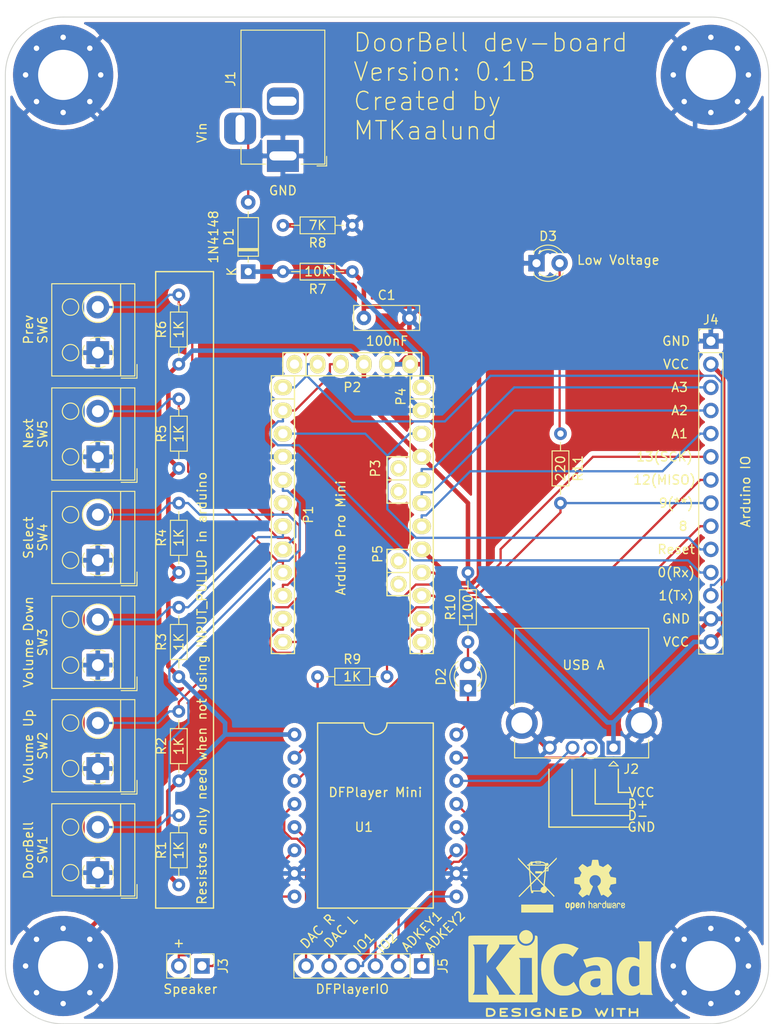
<source format=kicad_pcb>
(kicad_pcb (version 20171130) (host pcbnew "(5.1.9-0-10_14)")
  (title_block (title "DoorBell Developmentboard") (date 2021-01-25) (rev 0.1B) (company mtkaalund.dk))
  (layers (0 F.Cu signal) (31 B.Cu signal) (34 B.Paste user) (35 F.Paste user) (36 B.SilkS user) (37 F.SilkS user) (38 B.Mask user) (39 F.Mask user) (44 Edge.Cuts user))
  (net 0 "")
  (net 1 "/1(Tx)")
  (net 2 "/0(Rx)")
  (net 3 /Reset)
  (net 4 GND)
  (net 5 /8)
  (net 6 "/9(**)")
  (net 7 /DTR)
  (net 8 VCC)
  (net 9 /A5)
  (net 10 /A4)
  (net 11 /A3)
  (net 12 /A2)
  (net 13 /A1)
  (net 14 "/13(SCK)")
  (net 15 "/12(MISO)")
  (net 16 /A7)
  (net 17 /A6)
  (net 18 PWR_MON)
  (net 19 RAW)
  (net 20 "Net-(D1-Pad2)")
  (net 21 "Net-(D2-Pad1)")
  (net 22 "Net-(D2-Pad2)")
  (net 23 "Net-(J1-Pad2)")
  (net 24 "Net-(J2-Pad2)")
  (net 25 "Net-(J2-Pad3)")
  (net 26 DF_SPK-)
  (net 27 DF_SPK+)
  (net 28 DF_ADKEY_2)
  (net 29 DF_ADKEY_1)
  (net 30 DF_IO_2)
  (net 31 DF_IO_1)
  (net 32 DF_DAC_L)
  (net 33 DF_DAC_R)
  (net 34 Pin2)
  (net 35 Pin3)
  (net 36 Pin4)
  (net 37 Pin5)
  (net 38 Pin6)
  (net 39 Pin7)
  (net 40 DF_RX)
  (net 41 DF_TX)
  (net 42 "Net-(R9-Pad1)")
  (net 43 "Net-(D3-Pad2)")
  (module Symbol:WEEE-Logo_4.2x6mm_SilkScreen (layer F.Cu) (at 166.37 139.7)
    (fp_text reference LOGO2 hide)
    (fp_text value WEEE-Logo_4.2x6mm_SilkScreen hide)
  )
  (module Symbol:OSHW-Logo2_7.3x6mm_SilkScreen (layer F.Cu) (at 172.72 139.7)
    (fp_text reference LOGO3 hide)
    (fp_text value OSHW-Logo2_7.3x6mm_SilkScreen hide)
  )
  (module Symbol:KiCad-Logo2_8mm_SilkScreen (layer F.Cu) (at 168.91 148.59)
    (fp_text reference LOGO1 hide)
    (fp_text value KiCad-Logo2_8mm_SilkScreen hide)
  )
  (module Socket_Arduino_Pro_Mini:Socket_Strip_Arduino_1x12 (layer F.Cu) (at 138.43 85.09 270)
    (fp_text reference P1 (at 13.97 -2.794 270) (layer F.SilkS))
    (fp_text value Digital)
    (pad 1 thru_hole oval (at 0 0 270) (size 1.7272 2.032) (drill 1.016) (layers *.Cu *.Mask F.SilkS) (net 1 "/1(Tx)"))
    (pad 2 thru_hole oval (at 2.54 0 270) (size 1.7272 2.032) (drill 1.016) (layers *.Cu *.Mask F.SilkS) (net 2 "/0(Rx)"))
    (pad 3 thru_hole oval (at 5.08 0 270) (size 1.7272 2.032) (drill 1.016) (layers *.Cu *.Mask F.SilkS) (net 3 /Reset))
    (pad 4 thru_hole oval (at 7.62 0 270) (size 1.7272 2.032) (drill 1.016) (layers *.Cu *.Mask F.SilkS) (net 4 GND))
    (pad 5 thru_hole oval (at 10.16 0 270) (size 1.7272 2.032) (drill 1.016) (layers *.Cu *.Mask F.SilkS) (net 34 Pin2))
    (pad 6 thru_hole oval (at 12.7 0 270) (size 1.7272 2.032) (drill 1.016) (layers *.Cu *.Mask F.SilkS) (net 35 Pin3))
    (pad 7 thru_hole oval (at 15.24 0 270) (size 1.7272 2.032) (drill 1.016) (layers *.Cu *.Mask F.SilkS) (net 36 Pin4))
    (pad 8 thru_hole oval (at 17.78 0 270) (size 1.7272 2.032) (drill 1.016) (layers *.Cu *.Mask F.SilkS) (net 37 Pin5))
    (pad 9 thru_hole oval (at 20.32 0 270) (size 1.7272 2.032) (drill 1.016) (layers *.Cu *.Mask F.SilkS) (net 38 Pin6))
    (pad 10 thru_hole oval (at 22.86 0 270) (size 1.7272 2.032) (drill 1.016) (layers *.Cu *.Mask F.SilkS) (net 39 Pin7))
    (pad 11 thru_hole oval (at 25.4 0 270) (size 1.7272 2.032) (drill 1.016) (layers *.Cu *.Mask F.SilkS) (net 5 /8))
    (pad 12 thru_hole oval (at 27.94 0 270) (size 1.7272 2.032) (drill 1.016) (layers *.Cu *.Mask F.SilkS) (net 6 "/9(**)"))
  )
  (module Socket_Arduino_Pro_Mini:Socket_Strip_Arduino_1x06 (layer F.Cu) (at 139.7 82.55)
    (fp_text reference P2 (at 6.35 2.54) (layer F.SilkS))
    (fp_text value COM)
    (pad 1 thru_hole oval (at 0 0) (size 1.7272 2.032) (drill 1.016) (layers *.Cu *.Mask F.SilkS) (net 7 /DTR))
    (pad 2 thru_hole oval (at 2.54 0) (size 1.7272 2.032) (drill 1.016) (layers *.Cu *.Mask F.SilkS) (net 1 "/1(Tx)"))
    (pad 3 thru_hole oval (at 5.08 0) (size 1.7272 2.032) (drill 1.016) (layers *.Cu *.Mask F.SilkS) (net 2 "/0(Rx)"))
    (pad 4 thru_hole oval (at 7.62 0) (size 1.7272 2.032) (drill 1.016) (layers *.Cu *.Mask F.SilkS) (net 8 VCC))
    (pad 5 thru_hole oval (at 10.16 0) (size 1.7272 2.032) (drill 1.016) (layers *.Cu *.Mask F.SilkS) (net 4 GND))
    (pad 6 thru_hole oval (at 12.7 0) (size 1.7272 2.032) (drill 1.016) (layers *.Cu *.Mask F.SilkS) (net 4 GND))
  )
  (module Socket_Arduino_Pro_Mini:Socket_Strip_Arduino_1x02 (layer F.Cu) (at 151.13 93.98 270)
    (fp_text reference P3 (at 0 2.54 270) (layer F.SilkS))
    (fp_text value ADC)
    (pad 1 thru_hole circle (at 0 0 270) (size 1.778 1.778) (drill 1.016) (layers *.Cu *.Mask F.SilkS) (net 9 /A5))
    (pad 2 thru_hole circle (at 2.54 0 270) (size 1.778 1.778) (drill 1.016) (layers *.Cu *.Mask F.SilkS) (net 10 /A4))
  )
  (module Socket_Arduino_Pro_Mini:Socket_Strip_Arduino_1x12 (layer F.Cu) (at 153.67 85.09 270)
    (fp_text reference P4 (at 1.016 2.286 270) (layer F.SilkS))
    (fp_text value Analog)
    (pad 1 thru_hole oval (at 0 0 270) (size 1.7272 2.032) (drill 1.016) (layers *.Cu *.Mask F.SilkS) (net 19 RAW))
    (pad 2 thru_hole oval (at 2.54 0 270) (size 1.7272 2.032) (drill 1.016) (layers *.Cu *.Mask F.SilkS) (net 4 GND))
    (pad 3 thru_hole oval (at 5.08 0 270) (size 1.7272 2.032) (drill 1.016) (layers *.Cu *.Mask F.SilkS) (net 3 /Reset))
    (pad 4 thru_hole oval (at 7.62 0 270) (size 1.7272 2.032) (drill 1.016) (layers *.Cu *.Mask F.SilkS) (net 8 VCC))
    (pad 5 thru_hole oval (at 10.16 0 270) (size 1.7272 2.032) (drill 1.016) (layers *.Cu *.Mask F.SilkS) (net 11 /A3))
    (pad 6 thru_hole oval (at 12.7 0 270) (size 1.7272 2.032) (drill 1.016) (layers *.Cu *.Mask F.SilkS) (net 12 /A2))
    (pad 7 thru_hole oval (at 15.24 0 270) (size 1.7272 2.032) (drill 1.016) (layers *.Cu *.Mask F.SilkS) (net 13 /A1))
    (pad 8 thru_hole oval (at 17.78 0 270) (size 1.7272 2.032) (drill 1.016) (layers *.Cu *.Mask F.SilkS) (net 18 PWR_MON))
    (pad 9 thru_hole oval (at 20.32 0 270) (size 1.7272 2.032) (drill 1.016) (layers *.Cu *.Mask F.SilkS) (net 14 "/13(SCK)"))
    (pad 10 thru_hole oval (at 22.86 0 270) (size 1.7272 2.032) (drill 1.016) (layers *.Cu *.Mask F.SilkS) (net 15 "/12(MISO)"))
    (pad 11 thru_hole oval (at 25.4 0 270) (size 1.7272 2.032) (drill 1.016) (layers *.Cu *.Mask F.SilkS) (net 40 DF_RX))
    (pad 12 thru_hole oval (at 27.94 0 270) (size 1.7272 2.032) (drill 1.016) (layers *.Cu *.Mask F.SilkS) (net 41 DF_TX))
  )
  (module Socket_Arduino_Pro_Mini:Socket_Strip_Arduino_1x02 (layer F.Cu) (at 151.13 104.14 270)
    (fp_text reference P5 (at -0.762 2.286 270) (layer F.SilkS))
    (fp_text value ADC)
    (pad 1 thru_hole circle (at 0 0 270) (size 1.778 1.778) (drill 1.016) (layers *.Cu *.Mask F.SilkS) (net 16 /A7))
    (pad 2 thru_hole circle (at 2.54 0 270) (size 1.778 1.778) (drill 1.016) (layers *.Cu *.Mask F.SilkS) (net 17 /A6))
  )
  (module Capacitor_THT:C_Rect_L7.0mm_W2.5mm_P5.00mm (layer F.Cu) (at 147.32 77.47)
    (fp_text reference C1 (at 2.5 -2.5) (layer F.SilkS))
    (fp_text value 100n)
    (pad 1 thru_hole circle (at 0 0) (size 1.6 1.6) (drill 0.8) (layers *.Cu *.Mask) (net 18 PWR_MON))
    (pad 2 thru_hole circle (at 5 0) (size 1.6 1.6) (drill 0.8) (layers *.Cu *.Mask) (net 4 GND))
  )
  (module Diode_THT:D_DO-35_SOD27_P7.62mm_Horizontal (layer F.Cu) (at 134.62 72.39 90)
    (fp_text reference D1 (at 3.81 -2.12 90) (layer F.SilkS))
    (fp_text value 1N4148)
    (fp_text user K (at 0 -1.8 90) (layer F.SilkS))
    (pad 1 thru_hole rect (at 0 0 90) (size 1.6 1.6) (drill 0.8) (layers *.Cu *.Mask) (net 19 RAW))
    (pad 2 thru_hole oval (at 7.62 0 90) (size 1.6 1.6) (drill 0.8) (layers *.Cu *.Mask) (net 20 "Net-(D1-Pad2)"))
  )
  (module LED_THT:LED_D3.0mm (layer F.Cu) (at 158.75 118.11 90)
    (fp_text reference D2 (at 1.27 -2.96 90) (layer F.SilkS))
    (fp_text value LED)
    (pad 1 thru_hole rect (at 0 0 90) (size 1.8 1.8) (drill 0.9) (layers *.Cu *.Mask) (net 21 "Net-(D2-Pad1)"))
    (pad 2 thru_hole circle (at 2.54 0 90) (size 1.8 1.8) (drill 0.9) (layers *.Cu *.Mask) (net 22 "Net-(D2-Pad2)"))
  )
  (module Connector_BarrelJack:BarrelJack_Horizontal (layer F.Cu) (at 138.43 59.69 270)
    (fp_text reference J1 (at -8.45 5.75 90) (layer F.SilkS))
    (fp_text value Barrel_Jack_Switch_Pin3Ring)
    (pad 1 thru_hole rect (at 0 0 270) (size 3.5 3.5) (drill oval 1 3) (layers *.Cu *.Mask) (net 4 GND))
    (pad 2 thru_hole roundrect (at -6 0 270) (size 3 3.5) (drill oval 1 3) (layers *.Cu *.Mask) (net 23 "Net-(J1-Pad2)"))
    (pad 3 thru_hole roundrect (at -3 4.7 270) (size 3.5 3.5) (drill oval 3 1) (layers *.Cu *.Mask) (net 20 "Net-(D1-Pad2)"))
  )
  (module Connector_USB:USB_A_CONNFLY_DS1095-WNR0 (layer F.Cu) (at 174.73 124.63 180)
    (fp_text reference J2 (at -1.95 -2.35) (layer F.SilkS))
    (fp_text value USB_A)
    (pad 5 thru_hole circle (at 10.07 2.71 180) (size 3.5 3.5) (drill 2.3) (layers *.Cu *.Mask) (net 4 GND))
    (pad 5 thru_hole circle (at -3.07 2.71 180) (size 3.5 3.5) (drill 2.3) (layers *.Cu *.Mask) (net 4 GND))
    (pad 1 thru_hole rect (at 0 0 180) (size 1.524 1.524) (drill 0.92) (layers *.Cu *.Mask) (net 8 VCC))
    (pad 2 thru_hole circle (at 2.5 0 180) (size 1.524 1.524) (drill 0.92) (layers *.Cu *.Mask) (net 24 "Net-(J2-Pad2)"))
    (pad 3 thru_hole circle (at 4.5 0 180) (size 1.524 1.524) (drill 0.92) (layers *.Cu *.Mask) (net 25 "Net-(J2-Pad3)"))
    (pad 4 thru_hole circle (at 7 0 180) (size 1.524 1.524) (drill 0.92) (layers *.Cu *.Mask) (net 4 GND))
  )
  (module Connector_PinHeader_2.54mm:PinHeader_1x02_P2.54mm_Vertical (layer F.Cu) (at 129.54 148.59 270)
    (fp_text reference J3 (at 0 -2.33 90) (layer F.SilkS))
    (fp_text value Speaker)
    (pad 1 thru_hole rect (at 0 0 270) (size 1.7 1.7) (drill 1) (layers *.Cu *.Mask) (net 26 DF_SPK-))
    (pad 2 thru_hole oval (at 0 2.54 270) (size 1.7 1.7) (drill 1) (layers *.Cu *.Mask) (net 27 DF_SPK+))
  )
  (module Connector_PinHeader_2.54mm:PinHeader_1x14_P2.54mm_Vertical (layer F.Cu) (at 185.42 80.01)
    (fp_text reference J4 (at 0 -2.33) (layer F.SilkS))
    (fp_text value ARDUINO_IO)
    (pad 1 thru_hole rect (at 0 0) (size 1.7 1.7) (drill 1) (layers *.Cu *.Mask) (net 4 GND))
    (pad 2 thru_hole oval (at 0 2.54) (size 1.7 1.7) (drill 1) (layers *.Cu *.Mask) (net 8 VCC))
    (pad 3 thru_hole oval (at 0 5.08) (size 1.7 1.7) (drill 1) (layers *.Cu *.Mask) (net 11 /A3))
    (pad 4 thru_hole oval (at 0 7.62) (size 1.7 1.7) (drill 1) (layers *.Cu *.Mask) (net 12 /A2))
    (pad 5 thru_hole oval (at 0 10.16) (size 1.7 1.7) (drill 1) (layers *.Cu *.Mask) (net 13 /A1))
    (pad 6 thru_hole oval (at 0 12.7) (size 1.7 1.7) (drill 1) (layers *.Cu *.Mask) (net 14 "/13(SCK)"))
    (pad 7 thru_hole oval (at 0 15.24) (size 1.7 1.7) (drill 1) (layers *.Cu *.Mask) (net 15 "/12(MISO)"))
    (pad 8 thru_hole oval (at 0 17.78) (size 1.7 1.7) (drill 1) (layers *.Cu *.Mask) (net 6 "/9(**)"))
    (pad 9 thru_hole oval (at 0 20.32) (size 1.7 1.7) (drill 1) (layers *.Cu *.Mask) (net 5 /8))
    (pad 10 thru_hole oval (at 0 22.86) (size 1.7 1.7) (drill 1) (layers *.Cu *.Mask) (net 3 /Reset))
    (pad 11 thru_hole oval (at 0 25.4) (size 1.7 1.7) (drill 1) (layers *.Cu *.Mask) (net 2 "/0(Rx)"))
    (pad 12 thru_hole oval (at 0 27.94) (size 1.7 1.7) (drill 1) (layers *.Cu *.Mask) (net 1 "/1(Tx)"))
    (pad 13 thru_hole oval (at 0 30.48) (size 1.7 1.7) (drill 1) (layers *.Cu *.Mask) (net 4 GND))
    (pad 14 thru_hole oval (at 0 33.02) (size 1.7 1.7) (drill 1) (layers *.Cu *.Mask) (net 8 VCC))
  )
  (module Connector_PinHeader_2.54mm:PinHeader_1x06_P2.54mm_Vertical (layer F.Cu) (at 153.67 148.59 270)
    (fp_text reference J5 (at 0 -2.33 90) (layer F.SilkS))
    (fp_text value DFPlayerIO)
    (pad 1 thru_hole rect (at 0 0 270) (size 1.7 1.7) (drill 1) (layers *.Cu *.Mask) (net 28 DF_ADKEY_2))
    (pad 2 thru_hole oval (at 0 2.54 270) (size 1.7 1.7) (drill 1) (layers *.Cu *.Mask) (net 29 DF_ADKEY_1))
    (pad 3 thru_hole oval (at 0 5.08 270) (size 1.7 1.7) (drill 1) (layers *.Cu *.Mask) (net 30 DF_IO_2))
    (pad 4 thru_hole oval (at 0 7.62 270) (size 1.7 1.7) (drill 1) (layers *.Cu *.Mask) (net 31 DF_IO_1))
    (pad 5 thru_hole oval (at 0 10.16 270) (size 1.7 1.7) (drill 1) (layers *.Cu *.Mask) (net 32 DF_DAC_L))
    (pad 6 thru_hole oval (at 0 12.7 270) (size 1.7 1.7) (drill 1) (layers *.Cu *.Mask) (net 33 DF_DAC_R))
  )
  (module Resistor_THT:R_Axial_DIN0204_L3.6mm_D1.6mm_P7.62mm_Horizontal (layer F.Cu) (at 127 139.7 90)
    (fp_text reference R1 (at 3.81 -1.92 90) (layer F.SilkS))
    (fp_text value 1K)
    (pad 1 thru_hole circle (at 0 0 90) (size 1.4 1.4) (drill 0.7) (layers *.Cu *.Mask) (net 8 VCC))
    (pad 2 thru_hole oval (at 7.62 0 90) (size 1.4 1.4) (drill 0.7) (layers *.Cu *.Mask) (net 34 Pin2))
  )
  (module Resistor_THT:R_Axial_DIN0204_L3.6mm_D1.6mm_P7.62mm_Horizontal (layer F.Cu) (at 127 128.27 90)
    (fp_text reference R2 (at 3.81 -1.92 90) (layer F.SilkS))
    (fp_text value 1K)
    (pad 2 thru_hole oval (at 7.62 0 90) (size 1.4 1.4) (drill 0.7) (layers *.Cu *.Mask) (net 35 Pin3))
    (pad 1 thru_hole circle (at 0 0 90) (size 1.4 1.4) (drill 0.7) (layers *.Cu *.Mask) (net 8 VCC))
  )
  (module Resistor_THT:R_Axial_DIN0204_L3.6mm_D1.6mm_P7.62mm_Horizontal (layer F.Cu) (at 127 116.84 90)
    (fp_text reference R3 (at 3.81 -1.92 90) (layer F.SilkS))
    (fp_text value 1K)
    (pad 1 thru_hole circle (at 0 0 90) (size 1.4 1.4) (drill 0.7) (layers *.Cu *.Mask) (net 8 VCC))
    (pad 2 thru_hole oval (at 7.62 0 90) (size 1.4 1.4) (drill 0.7) (layers *.Cu *.Mask) (net 36 Pin4))
  )
  (module Resistor_THT:R_Axial_DIN0204_L3.6mm_D1.6mm_P7.62mm_Horizontal (layer F.Cu) (at 127 105.41 90)
    (fp_text reference R4 (at 3.81 -1.92 90) (layer F.SilkS))
    (fp_text value 1K)
    (pad 2 thru_hole oval (at 7.62 0 90) (size 1.4 1.4) (drill 0.7) (layers *.Cu *.Mask) (net 37 Pin5))
    (pad 1 thru_hole circle (at 0 0 90) (size 1.4 1.4) (drill 0.7) (layers *.Cu *.Mask) (net 8 VCC))
  )
  (module Resistor_THT:R_Axial_DIN0204_L3.6mm_D1.6mm_P7.62mm_Horizontal (layer F.Cu) (at 127 93.98 90)
    (fp_text reference R5 (at 3.81 -1.92 90) (layer F.SilkS))
    (fp_text value 1K)
    (pad 1 thru_hole circle (at 0 0 90) (size 1.4 1.4) (drill 0.7) (layers *.Cu *.Mask) (net 8 VCC))
    (pad 2 thru_hole oval (at 7.62 0 90) (size 1.4 1.4) (drill 0.7) (layers *.Cu *.Mask) (net 38 Pin6))
  )
  (module Resistor_THT:R_Axial_DIN0204_L3.6mm_D1.6mm_P7.62mm_Horizontal (layer F.Cu) (at 127 82.55 90)
    (fp_text reference R6 (at 3.81 -1.92 90) (layer F.SilkS))
    (fp_text value 1K)
    (pad 2 thru_hole oval (at 7.62 0 90) (size 1.4 1.4) (drill 0.7) (layers *.Cu *.Mask) (net 39 Pin7))
    (pad 1 thru_hole circle (at 0 0 90) (size 1.4 1.4) (drill 0.7) (layers *.Cu *.Mask) (net 8 VCC))
  )
  (module Resistor_THT:R_Axial_DIN0204_L3.6mm_D1.6mm_P7.62mm_Horizontal (layer F.Cu) (at 146.05 72.39 180)
    (fp_text reference R7 (at 3.81 -1.92) (layer F.SilkS))
    (fp_text value 10K)
    (pad 1 thru_hole circle (at 0 0 180) (size 1.4 1.4) (drill 0.7) (layers *.Cu *.Mask) (net 18 PWR_MON))
    (pad 2 thru_hole oval (at 7.62 0 180) (size 1.4 1.4) (drill 0.7) (layers *.Cu *.Mask) (net 19 RAW))
  )
  (module Resistor_THT:R_Axial_DIN0204_L3.6mm_D1.6mm_P7.62mm_Horizontal (layer F.Cu) (at 146.05 67.31 180)
    (fp_text reference R8 (at 3.81 -1.92) (layer F.SilkS))
    (fp_text value 7K)
    (pad 2 thru_hole oval (at 7.62 0 180) (size 1.4 1.4) (drill 0.7) (layers *.Cu *.Mask) (net 18 PWR_MON))
    (pad 1 thru_hole circle (at 0 0 180) (size 1.4 1.4) (drill 0.7) (layers *.Cu *.Mask) (net 4 GND))
  )
  (module Resistor_THT:R_Axial_DIN0204_L3.6mm_D1.6mm_P7.62mm_Horizontal (layer F.Cu) (at 142.24 116.84)
    (fp_text reference R9 (at 3.81 -1.92) (layer F.SilkS))
    (fp_text value 1K)
    (pad 1 thru_hole circle (at 0 0) (size 1.4 1.4) (drill 0.7) (layers *.Cu *.Mask) (net 42 "Net-(R9-Pad1)"))
    (pad 2 thru_hole oval (at 7.62 0) (size 1.4 1.4) (drill 0.7) (layers *.Cu *.Mask) (net 40 DF_RX))
  )
  (module Resistor_THT:R_Axial_DIN0204_L3.6mm_D1.6mm_P7.62mm_Horizontal (layer F.Cu) (at 158.75 113.03 90)
    (fp_text reference R10 (at 3.81 -1.92 90) (layer F.SilkS))
    (fp_text value 100)
    (pad 2 thru_hole oval (at 7.62 0 90) (size 1.4 1.4) (drill 0.7) (layers *.Cu *.Mask) (net 8 VCC))
    (pad 1 thru_hole circle (at 0 0 90) (size 1.4 1.4) (drill 0.7) (layers *.Cu *.Mask) (net 22 "Net-(D2-Pad2)"))
  )
  (module TerminalBlock_RND:TerminalBlock_RND_205-00001_1x02_P5.00mm_Horizontal (layer F.Cu) (at 118.11 138.35 90)
    (fp_text reference SW1 (at 2.5 -6.06 90) (layer F.SilkS))
    (fp_text value DoorBell)
    (pad 1 thru_hole rect (at 0 0 90) (size 2.5 2.5) (drill 1.3) (layers *.Cu *.Mask) (net 4 GND))
    (pad 2 thru_hole circle (at 5 0 90) (size 2.5 2.5) (drill 1.3) (layers *.Cu *.Mask) (net 34 Pin2))
  )
  (module TerminalBlock_RND:TerminalBlock_RND_205-00001_1x02_P5.00mm_Horizontal (layer F.Cu) (at 118.11 126.92 90)
    (fp_text reference SW2 (at 2.5 -6.06 90) (layer F.SilkS))
    (fp_text value "Volume Up")
    (pad 2 thru_hole circle (at 5 0 90) (size 2.5 2.5) (drill 1.3) (layers *.Cu *.Mask) (net 35 Pin3))
    (pad 1 thru_hole rect (at 0 0 90) (size 2.5 2.5) (drill 1.3) (layers *.Cu *.Mask) (net 4 GND))
  )
  (module TerminalBlock_RND:TerminalBlock_RND_205-00001_1x02_P5.00mm_Horizontal (layer F.Cu) (at 118.11 115.57 90)
    (fp_text reference SW3 (at 2.5 -6.06 90) (layer F.SilkS))
    (fp_text value "Volume Down")
    (pad 1 thru_hole rect (at 0 0 90) (size 2.5 2.5) (drill 1.3) (layers *.Cu *.Mask) (net 4 GND))
    (pad 2 thru_hole circle (at 5 0 90) (size 2.5 2.5) (drill 1.3) (layers *.Cu *.Mask) (net 36 Pin4))
  )
  (module TerminalBlock_RND:TerminalBlock_RND_205-00001_1x02_P5.00mm_Horizontal (layer F.Cu) (at 118.11 104.06 90)
    (fp_text reference SW4 (at 2.5 -6.06 90) (layer F.SilkS))
    (fp_text value Select)
    (pad 2 thru_hole circle (at 5 0 90) (size 2.5 2.5) (drill 1.3) (layers *.Cu *.Mask) (net 37 Pin5))
    (pad 1 thru_hole rect (at 0 0 90) (size 2.5 2.5) (drill 1.3) (layers *.Cu *.Mask) (net 4 GND))
  )
  (module TerminalBlock_RND:TerminalBlock_RND_205-00001_1x02_P5.00mm_Horizontal (layer F.Cu) (at 118.11 92.71 90)
    (fp_text reference SW5 (at 2.5 -6.06 90) (layer F.SilkS))
    (fp_text value Next)
    (pad 1 thru_hole rect (at 0 0 90) (size 2.5 2.5) (drill 1.3) (layers *.Cu *.Mask) (net 4 GND))
    (pad 2 thru_hole circle (at 5 0 90) (size 2.5 2.5) (drill 1.3) (layers *.Cu *.Mask) (net 38 Pin6))
  )
  (module TerminalBlock_RND:TerminalBlock_RND_205-00001_1x02_P5.00mm_Horizontal (layer F.Cu) (at 118.11 81.28 90)
    (fp_text reference SW6 (at 2.5 -6.06 90) (layer F.SilkS))
    (fp_text value Prev)
    (pad 2 thru_hole circle (at 5 0 90) (size 2.5 2.5) (drill 1.3) (layers *.Cu *.Mask) (net 39 Pin7))
    (pad 1 thru_hole rect (at 0 0 90) (size 2.5 2.5) (drill 1.3) (layers *.Cu *.Mask) (net 4 GND))
  )
  (module Arduino:DFPlayer_V2 (layer F.Cu) (at 147.32 123.19)
    (fp_text reference U1 (at 0 10.16) (layer F.SilkS))
    (fp_text value DFPLAYER_MINI)
    (pad 1 thru_hole circle (at -7.62 0) (size 1.524 1.524) (drill 0.762) (layers *.Cu *.Mask) (net 8 VCC))
    (pad 2 thru_hole circle (at -7.62 2.54) (size 1.524 1.524) (drill 0.762) (layers *.Cu *.Mask) (net 42 "Net-(R9-Pad1)"))
    (pad 3 thru_hole circle (at -7.62 5.08) (size 1.524 1.524) (drill 0.762) (layers *.Cu *.Mask) (net 41 DF_TX))
    (pad 4 thru_hole circle (at -7.62 7.62) (size 1.524 1.524) (drill 0.762) (layers *.Cu *.Mask) (net 33 DF_DAC_R))
    (pad 5 thru_hole circle (at -7.62 10.16) (size 1.524 1.524) (drill 0.762) (layers *.Cu *.Mask) (net 32 DF_DAC_L))
    (pad 6 thru_hole circle (at -7.62 12.7) (size 1.524 1.524) (drill 0.762) (layers *.Cu *.Mask) (net 27 DF_SPK+))
    (pad 7 thru_hole circle (at -7.62 15.24) (size 1.524 1.524) (drill 0.762) (layers *.Cu *.Mask) (net 4 GND))
    (pad 8 thru_hole circle (at -7.62 17.78) (size 1.524 1.524) (drill 0.762) (layers *.Cu *.Mask) (net 26 DF_SPK-))
    (pad 16 thru_hole circle (at 10.16 0) (size 1.524 1.524) (drill 0.762) (layers *.Cu *.Mask) (net 21 "Net-(D2-Pad1)"))
    (pad 15 thru_hole circle (at 10.16 2.54) (size 1.524 1.524) (drill 0.762) (layers *.Cu *.Mask) (net 24 "Net-(J2-Pad2)"))
    (pad 14 thru_hole circle (at 10.16 5.08) (size 1.524 1.524) (drill 0.762) (layers *.Cu *.Mask) (net 25 "Net-(J2-Pad3)"))
    (pad 13 thru_hole circle (at 10.16 7.62) (size 1.524 1.524) (drill 0.762) (layers *.Cu *.Mask) (net 28 DF_ADKEY_2))
    (pad 12 thru_hole circle (at 10.16 10.16) (size 1.524 1.524) (drill 0.762) (layers *.Cu *.Mask) (net 29 DF_ADKEY_1))
    (pad 11 thru_hole circle (at 10.16 12.7) (size 1.524 1.524) (drill 0.762) (layers *.Cu *.Mask) (net 30 DF_IO_2))
    (pad 10 thru_hole circle (at 10.16 15.24) (size 1.524 1.524) (drill 0.762) (layers *.Cu *.Mask) (net 4 GND))
    (pad 9 thru_hole circle (at 10.16 17.78) (size 1.524 1.524) (drill 0.762) (layers *.Cu *.Mask) (net 31 DF_IO_1))
  )
  (module MountingHole:MountingHole_5.5mm_Pad_Via (layer F.Cu) (at 185.42 50.8)
    (fp_text reference H1 hide)
    (fp_text value MountingHole_Pad)
    (pad 1 thru_hole circle (at 2.926815 -2.926815) (size 0.9 0.9) (drill 0.6) (layers *.Cu *.Mask) (net 4 GND))
    (pad 1 thru_hole circle (at 0 -4.125) (size 0.9 0.9) (drill 0.6) (layers *.Cu *.Mask) (net 4 GND))
    (pad 1 thru_hole circle (at -2.926815 -2.926815) (size 0.9 0.9) (drill 0.6) (layers *.Cu *.Mask) (net 4 GND))
    (pad 1 thru_hole circle (at -4.125 0) (size 0.9 0.9) (drill 0.6) (layers *.Cu *.Mask) (net 4 GND))
    (pad 1 thru_hole circle (at -2.926815 2.926815) (size 0.9 0.9) (drill 0.6) (layers *.Cu *.Mask) (net 4 GND))
    (pad 1 thru_hole circle (at 0 4.125) (size 0.9 0.9) (drill 0.6) (layers *.Cu *.Mask) (net 4 GND))
    (pad 1 thru_hole circle (at 2.926815 2.926815) (size 0.9 0.9) (drill 0.6) (layers *.Cu *.Mask) (net 4 GND))
    (pad 1 thru_hole circle (at 4.125 0) (size 0.9 0.9) (drill 0.6) (layers *.Cu *.Mask) (net 4 GND))
    (pad 1 thru_hole circle (at 0 0) (size 11 11) (drill 5.5) (layers *.Cu *.Mask) (net 4 GND))
  )
  (module MountingHole:MountingHole_5.5mm_Pad_Via (layer F.Cu) (at 185.42 148.59)
    (fp_text reference H2 hide)
    (fp_text value MountingHole_Pad)
    (pad 1 thru_hole circle (at 0 0) (size 11 11) (drill 5.5) (layers *.Cu *.Mask) (net 4 GND))
    (pad 1 thru_hole circle (at 4.125 0) (size 0.9 0.9) (drill 0.6) (layers *.Cu *.Mask) (net 4 GND))
    (pad 1 thru_hole circle (at 2.926815 2.926815) (size 0.9 0.9) (drill 0.6) (layers *.Cu *.Mask) (net 4 GND))
    (pad 1 thru_hole circle (at 0 4.125) (size 0.9 0.9) (drill 0.6) (layers *.Cu *.Mask) (net 4 GND))
    (pad 1 thru_hole circle (at -2.926815 2.926815) (size 0.9 0.9) (drill 0.6) (layers *.Cu *.Mask) (net 4 GND))
    (pad 1 thru_hole circle (at -4.125 0) (size 0.9 0.9) (drill 0.6) (layers *.Cu *.Mask) (net 4 GND))
    (pad 1 thru_hole circle (at -2.926815 -2.926815) (size 0.9 0.9) (drill 0.6) (layers *.Cu *.Mask) (net 4 GND))
    (pad 1 thru_hole circle (at 0 -4.125) (size 0.9 0.9) (drill 0.6) (layers *.Cu *.Mask) (net 4 GND))
    (pad 1 thru_hole circle (at 2.926815 -2.926815) (size 0.9 0.9) (drill 0.6) (layers *.Cu *.Mask) (net 4 GND))
  )
  (module MountingHole:MountingHole_5.5mm_Pad_Via (layer F.Cu) (at 114.3 50.8)
    (fp_text reference H3 hide)
    (fp_text value MountingHole_Pad)
    (pad 1 thru_hole circle (at 2.926815 -2.926815) (size 0.9 0.9) (drill 0.6) (layers *.Cu *.Mask) (net 4 GND))
    (pad 1 thru_hole circle (at 0 -4.125) (size 0.9 0.9) (drill 0.6) (layers *.Cu *.Mask) (net 4 GND))
    (pad 1 thru_hole circle (at -2.926815 -2.926815) (size 0.9 0.9) (drill 0.6) (layers *.Cu *.Mask) (net 4 GND))
    (pad 1 thru_hole circle (at -4.125 0) (size 0.9 0.9) (drill 0.6) (layers *.Cu *.Mask) (net 4 GND))
    (pad 1 thru_hole circle (at -2.926815 2.926815) (size 0.9 0.9) (drill 0.6) (layers *.Cu *.Mask) (net 4 GND))
    (pad 1 thru_hole circle (at 0 4.125) (size 0.9 0.9) (drill 0.6) (layers *.Cu *.Mask) (net 4 GND))
    (pad 1 thru_hole circle (at 2.926815 2.926815) (size 0.9 0.9) (drill 0.6) (layers *.Cu *.Mask) (net 4 GND))
    (pad 1 thru_hole circle (at 4.125 0) (size 0.9 0.9) (drill 0.6) (layers *.Cu *.Mask) (net 4 GND))
    (pad 1 thru_hole circle (at 0 0) (size 11 11) (drill 5.5) (layers *.Cu *.Mask) (net 4 GND))
  )
  (module MountingHole:MountingHole_5.5mm_Pad_Via (layer F.Cu) (at 114.3 148.59)
    (fp_text reference H4 hide)
    (fp_text value MountingHole_Pad)
    (pad 1 thru_hole circle (at 0 0) (size 11 11) (drill 5.5) (layers *.Cu *.Mask) (net 4 GND))
    (pad 1 thru_hole circle (at 4.125 0) (size 0.9 0.9) (drill 0.6) (layers *.Cu *.Mask) (net 4 GND))
    (pad 1 thru_hole circle (at 2.926815 2.926815) (size 0.9 0.9) (drill 0.6) (layers *.Cu *.Mask) (net 4 GND))
    (pad 1 thru_hole circle (at 0 4.125) (size 0.9 0.9) (drill 0.6) (layers *.Cu *.Mask) (net 4 GND))
    (pad 1 thru_hole circle (at -2.926815 2.926815) (size 0.9 0.9) (drill 0.6) (layers *.Cu *.Mask) (net 4 GND))
    (pad 1 thru_hole circle (at -4.125 0) (size 0.9 0.9) (drill 0.6) (layers *.Cu *.Mask) (net 4 GND))
    (pad 1 thru_hole circle (at -2.926815 -2.926815) (size 0.9 0.9) (drill 0.6) (layers *.Cu *.Mask) (net 4 GND))
    (pad 1 thru_hole circle (at 0 -4.125) (size 0.9 0.9) (drill 0.6) (layers *.Cu *.Mask) (net 4 GND))
    (pad 1 thru_hole circle (at 2.926815 -2.926815) (size 0.9 0.9) (drill 0.6) (layers *.Cu *.Mask) (net 4 GND))
  )
  (module LED_THT:LED_D3.0mm (layer F.Cu) (at 166.275 71.465)
    (fp_text reference D3 (at 1.27 -2.96) (layer F.SilkS))
    (fp_text value LowBatteryLED)
    (pad 1 thru_hole rect (at 0 0) (size 1.8 1.8) (drill 0.9) (layers *.Cu *.Mask) (net 4 GND))
    (pad 2 thru_hole circle (at 2.54 0) (size 1.8 1.8) (drill 0.9) (layers *.Cu *.Mask) (net 43 "Net-(D3-Pad2)"))
  )
  (module Resistor_THT:R_Axial_DIN0204_L3.6mm_D1.6mm_P7.62mm_Horizontal (layer F.Cu) (at 168.91 90.17 270)
    (fp_text reference R11 (at 3.81 -1.92 90) (layer F.SilkS))
    (fp_text value 220)
    (pad 1 thru_hole circle (at 0 0 270) (size 1.4 1.4) (drill 0.7) (layers *.Cu *.Mask) (net 43 "Net-(D3-Pad2)"))
    (pad 2 thru_hole oval (at 7.62 0 270) (size 1.4 1.4) (drill 0.7) (layers *.Cu *.Mask) (net 6 "/9(**)"))
  )
  (gr_text "Low Voltage" (at 175.26 71.12) (layer F.SilkS) (effects (font (size 1 1))))
  (gr_text 220 (at 168.91 93.98 90) (layer F.SilkS) (effects (font (size 1 1))))
  (gr_line (start 167.64 133.35) (end 176.53 133.35) (layer F.SilkS) (width 0.15))
  (gr_line (start 167.64 127) (end 167.64 133.35) (layer F.SilkS) (width 0.15))
  (gr_line (start 170.18 132.08) (end 176.53 132.08) (layer F.SilkS) (width 0.15))
  (gr_line (start 170.18 127) (end 170.18 132.08) (layer F.SilkS) (width 0.15))
  (gr_line (start 172.72 130.81) (end 176.53 130.81) (layer F.SilkS) (width 0.15))
  (gr_line (start 172.72 127) (end 172.72 130.81) (layer F.SilkS) (width 0.15))
  (gr_line (start 175.26 129.54) (end 176.53 129.54) (layer F.SilkS) (width 0.15))
  (gr_line (start 175.26 127) (end 175.26 129.54) (layer F.SilkS) (width 0.15))
  (gr_text GND (at 177.8 133.35) (layer F.SilkS) (effects (font (size 1 1))))
  (gr_text VCC (at 177.8 129.54) (layer F.SilkS) (effects (font (size 1 1))))
  (gr_text "D- " (at 177.8 132.08) (layer F.SilkS) (effects (font (size 1 1))))
  (gr_text "D+ " (at 177.8 130.81) (layer F.SilkS) (effects (font (size 1 1))))
  (gr_text 100 (at 158.75 109.22 90) (layer F.SilkS) (effects (font (size 1 1))))
  (gr_text 1K (at 146.05 116.84) (layer F.SilkS) (effects (font (size 1 1))))
  (gr_text "Resistors only need when not using INPUT_PULLUP in arduino" (at 129.54 118.11 90) (layer F.SilkS) (effects (font (size 1 1))))
  (gr_line (start 124.46 142.24) (end 130.81 142.24) (layer F.SilkS) (width 0.15))
  (gr_line (start 124.46 72.39) (end 124.46 142.24) (layer F.SilkS) (width 0.15))
  (gr_line (start 130.81 72.39) (end 130.81 142.24) (layer F.SilkS) (width 0.15))
  (gr_line (start 124.46 72.39) (end 130.81 72.39) (layer F.SilkS) (width 0.15))
  (gr_text GND (at 138.43 63.5) (layer F.SilkS) (effects (font (size 1 1))))
  (gr_text Vin (at 129.54 57.15 90) (layer F.SilkS) (effects (font (size 1 1))))
  (gr_text 100nF (at 149.86 80.01) (layer F.SilkS) (effects (font (size 1 1))))
  (gr_text 10K (at 142.24 72.39) (layer F.SilkS) (effects (font (size 1 1))))
  (gr_text 7K (at 142.24 67.31) (layer F.SilkS) (effects (font (size 1 1))))
  (gr_text 1N4148 (at 130.81 68.58 90) (layer F.SilkS) (effects (font (size 1 1))))
  (gr_text 1K (at 127 78.74 90) (layer F.SilkS) (effects (font (size 1 1))))
  (gr_text 1K (at 127 90.17 90) (layer F.SilkS) (effects (font (size 1 1))))
  (gr_text 1K (at 127 101.6 90) (layer F.SilkS) (effects (font (size 1 1))))
  (gr_text 1K (at 127 113.03 90) (layer F.SilkS) (effects (font (size 1 1))))
  (gr_text 1K (at 127 124.46 90) (layer F.SilkS) (effects (font (size 1 1))))
  (gr_text 1K (at 127 135.89 90) (layer F.SilkS) (effects (font (size 1 1))))
  (gr_text DoorBell (at 110.49 135.89 90) (layer F.SilkS) (effects (font (size 1 1))))
  (gr_text "Volume Up" (at 110.49 124.46 90) (layer F.SilkS) (effects (font (size 1 1))))
  (gr_text "Volume Down" (at 110.49 113.03 90) (layer F.SilkS) (effects (font (size 1 1))))
  (gr_text Select (at 110.49 101.6 90) (layer F.SilkS) (effects (font (size 1 1))))
  (gr_text Next (at 110.49 90.17 90) (layer F.SilkS) (effects (font (size 1 1))))
  (gr_text Prev (at 110.49 78.74 90) (layer F.SilkS) (effects (font (size 1 1))))
  (gr_line (start 147.32 121.92) (end 142.24 121.92) (layer F.SilkS) (width 0.15))
  (gr_line (start 154.94 121.92) (end 149.86 121.92) (layer F.SilkS) (width 0.15))
  (gr_line (start 154.94 142.24) (end 154.94 121.92) (layer F.SilkS) (width 0.15))
  (gr_line (start 142.24 142.24) (end 154.94 142.24) (layer F.SilkS) (width 0.15))
  (gr_line (start 142.24 121.92) (end 142.24 142.24) (layer F.SilkS) (width 0.15))
  (gr_arc (start 148.59 121.92) (end 147.32 121.92) (angle -180) (layer F.SilkS) (width 0.15))
  (gr_text + (at 127 146.05) (layer F.SilkS) (effects (font (size 1 1))))
  (gr_text Speaker (at 128.27 151.13) (layer F.SilkS) (effects (font (size 1 1))))
  (gr_text DFPlayerIO (at 146.05 151.13) (layer F.SilkS) (effects (font (size 1 1))))
  (gr_text ADKEY2 (at 156.21 144.78 45) (layer F.SilkS) (effects (font (size 1 1))))
  (gr_text ADKEY1 (at 153.67 144.78 45) (layer F.SilkS) (effects (font (size 1 1))))
  (gr_text IO2 (at 149.86 146.05 45) (layer F.SilkS) (effects (font (size 1 1))))
  (gr_text IO1 (at 147.32 146.05 45) (layer F.SilkS) (effects (font (size 1 1))))
  (gr_text "DAC L" (at 144.78 144.78 45) (layer F.SilkS) (effects (font (size 1 1))))
  (gr_text "DAC R" (at 142.24 144.78 45) (layer F.SilkS) (effects (font (size 1 1))))
  (gr_text "DFPlayer Mini" (at 148.59 129.54) (layer F.SilkS) (effects (font (size 1 1))))
  (gr_text "Arduino Pro Mini" (at 144.78 101.6 90) (layer F.SilkS) (effects (font (size 1 1))))
  (gr_text "USB A" (at 171.45 115.57) (layer F.SilkS) (effects (font (size 1 1))))
  (gr_text "Arduino IO" (at 189.23 96.52 90) (layer F.SilkS) (effects (font (size 1 1))))
  (gr_text VCC (at 181.61 113.03) (layer F.SilkS) (effects (font (size 1 1))))
  (gr_text GND (at 181.61 110.49) (layer F.SilkS) (effects (font (size 1 1))))
  (gr_text "1(Tx)" (at 181.61 107.95) (layer F.SilkS) (effects (font (size 1 1))))
  (gr_text "0(Rx)" (at 181.61 105.41) (layer F.SilkS) (effects (font (size 1 1))))
  (gr_text Reset (at 181.61 102.87) (layer F.SilkS) (effects (font (size 1 1))))
  (gr_text "  8" (at 181.61 100.33) (layer F.SilkS) (effects (font (size 1 1))))
  (gr_text "9(**)" (at 181.61 97.79) (layer F.SilkS) (effects (font (size 1 1))))
  (gr_text "12(MISO)" (at 180.34 95.25) (layer F.SilkS) (effects (font (size 1 1))))
  (gr_text GND (at 181.61 80.01) (layer F.SilkS) (effects (font (size 1 1))))
  (gr_text "13(SCK)" (at 180.34 92.71) (layer F.SilkS) (effects (font (size 1 1))))
  (gr_text " A1" (at 181.61 90.17) (layer F.SilkS) (effects (font (size 1 1))))
  (gr_text " A2" (at 181.61 87.63) (layer F.SilkS) (effects (font (size 1 1))))
  (gr_text " A3" (at 181.61 85.09) (layer F.SilkS) (effects (font (size 1 1))))
  (gr_text VCC (at 181.61 82.55) (layer F.SilkS) (effects (font (size 1 1))))
  (gr_text "DoorBell dev-board\nVersion: 0.1B\nCreated by \nMTKaalund" (at 146.05 52.07) (layer F.SilkS) (effects (font (size 2 2)) (justify left)))
  (gr_line (start 107.95 148.59) (end 107.95 50.8) (layer Edge.Cuts) (width 0.1))
  (gr_line (start 185.42 154.94) (end 114.3 154.94) (layer Edge.Cuts) (width 0.1))
  (gr_line (start 191.77 50.8) (end 191.77 148.59) (layer Edge.Cuts) (width 0.1))
  (gr_line (start 114.3 44.45) (end 185.42 44.45) (layer Edge.Cuts) (width 0.1))
  (gr_arc (start 185.42 148.59) (end 185.42 154.94) (angle -90) (layer Edge.Cuts) (width 0.1))
  (gr_arc (start 114.3 148.59) (end 107.95 148.59) (angle -90) (layer Edge.Cuts) (width 0.1))
  (gr_arc (start 114.3 50.8) (end 114.3 44.45) (angle -90) (layer Edge.Cuts) (width 0.1))
  (gr_arc (start 185.42 50.8) (end 191.77 50.8) (angle -90) (layer Edge.Cuts) (width 0.1))
  (segment (start 185.42 107.95) (end 185.42 106.7747) (width 0.25) (layer B.Cu) (net 1))
  (segment (start 141.0511 83.8102) (end 139.7713 85.09) (width 0.25) (layer B.Cu) (net 1))
  (segment (start 141.0511 82.55) (end 141.0511 83.8102) (width 0.25) (layer B.Cu) (net 1))
  (segment (start 185.42 106.7747) (end 185.7873 106.7747) (width 0.25) (layer B.Cu) (net 1))
  (segment (start 185.7873 106.7747) (end 186.6178 105.9442) (width 0.25) (layer B.Cu) (net 1))
  (segment (start 186.6178 105.9442) (end 186.6178 84.5898) (width 0.25) (layer B.Cu) (net 1))
  (segment (start 186.6178 84.5898) (end 185.848 83.82) (width 0.25) (layer B.Cu) (net 1))
  (segment (start 185.848 83.82) (end 161.2245 83.82) (width 0.25) (layer B.Cu) (net 1))
  (segment (start 161.2245 83.82) (end 156.219 88.8255) (width 0.25) (layer B.Cu) (net 1))
  (segment (start 156.219 88.8255) (end 146.0664 88.8255) (width 0.25) (layer B.Cu) (net 1))
  (segment (start 146.0664 88.8255) (end 141.0511 83.8102) (width 0.25) (layer B.Cu) (net 1))
  (segment (start 138.43 85.09) (end 139.7713 85.09) (width 0.25) (layer B.Cu) (net 1))
  (segment (start 142.24 82.55) (end 141.0511 82.55) (width 0.25) (layer B.Cu) (net 1))
  (segment (start 138.43 87.63) (end 138.43 88.8189) (width 0.25) (layer B.Cu) (net 2))
  (segment (start 185.42 105.41) (end 184.2447 105.41) (width 0.25) (layer B.Cu) (net 2))
  (segment (start 184.2447 105.41) (end 182.913 104.0783) (width 0.25) (layer B.Cu) (net 2))
  (segment (start 182.913 104.0783) (end 152.8287 104.0783) (width 0.25) (layer B.Cu) (net 2))
  (segment (start 152.8287 104.0783) (end 140.1906 91.4402) (width 0.25) (layer B.Cu) (net 2))
  (segment (start 140.1906 91.4402) (end 137.8655 91.4402) (width 0.25) (layer B.Cu) (net 2))
  (segment (start 137.8655 91.4402) (end 137.079 90.6537) (width 0.25) (layer B.Cu) (net 2))
  (segment (start 137.079 90.6537) (end 137.079 89.6498) (width 0.25) (layer B.Cu) (net 2))
  (segment (start 137.079 89.6498) (end 137.9099 88.8189) (width 0.25) (layer B.Cu) (net 2))
  (segment (start 137.9099 88.8189) (end 138.43 88.8189) (width 0.25) (layer B.Cu) (net 2))
  (segment (start 138.43 87.63) (end 139.7713 87.63) (width 0.25) (layer F.Cu) (net 2))
  (segment (start 144.78 82.55) (end 143.5911 82.55) (width 0.25) (layer F.Cu) (net 2))
  (segment (start 143.5911 82.55) (end 143.5911 83.8102) (width 0.25) (layer F.Cu) (net 2))
  (segment (start 143.5911 83.8102) (end 139.7713 87.63) (width 0.25) (layer F.Cu) (net 2))
  (segment (start 149.8983 92.6004) (end 152.3287 90.17) (width 0.25) (layer B.Cu) (net 3))
  (segment (start 184.2447 102.87) (end 182.9747 101.6) (width 0.25) (layer B.Cu) (net 3))
  (segment (start 182.9747 101.6) (end 153.0483 101.6) (width 0.25) (layer B.Cu) (net 3))
  (segment (start 153.0483 101.6) (end 149.8983 98.45) (width 0.25) (layer B.Cu) (net 3))
  (segment (start 149.8983 98.45) (end 149.8983 92.6004) (width 0.25) (layer B.Cu) (net 3))
  (segment (start 149.8983 92.6004) (end 147.4679 90.17) (width 0.25) (layer B.Cu) (net 3))
  (segment (start 147.4679 90.17) (end 138.43 90.17) (width 0.25) (layer B.Cu) (net 3))
  (segment (start 153.67 90.17) (end 152.3287 90.17) (width 0.25) (layer B.Cu) (net 3))
  (segment (start 185.42 102.87) (end 184.2447 102.87) (width 0.25) (layer B.Cu) (net 3))
  (segment (start 152.4 82.55) (end 152.4 84.0163) (width 0.5) (layer B.Cu) (net 4))
  (segment (start 152.4 84.0163) (end 152.159 84.2573) (width 0.5) (layer B.Cu) (net 4))
  (segment (start 152.159 84.2573) (end 152.159 86.119) (width 0.5) (layer B.Cu) (net 4))
  (segment (start 152.159 86.119) (end 153.67 87.63) (width 0.5) (layer B.Cu) (net 4))
  (segment (start 149.86 82.55) (end 151.1739 82.55) (width 0.5) (layer F.Cu) (net 4))
  (segment (start 152.4 81.8168) (end 151.9071 81.8168) (width 0.5) (layer F.Cu) (net 4))
  (segment (start 151.9071 81.8168) (end 151.1739 82.55) (width 0.5) (layer F.Cu) (net 4))
  (segment (start 152.4 81.8168) (end 152.4 81.0837) (width 0.5) (layer F.Cu) (net 4))
  (segment (start 152.4 82.55) (end 152.4 81.8168) (width 0.5) (layer F.Cu) (net 4))
  (segment (start 188.3468 145.6632) (end 186.6182 145.6632) (width 0.5) (layer F.Cu) (net 4))
  (segment (start 186.6182 145.6632) (end 185.42 144.465) (width 0.5) (layer F.Cu) (net 4))
  (segment (start 189.545 148.59) (end 189.545 146.8614) (width 0.5) (layer F.Cu) (net 4))
  (segment (start 189.545 146.8614) (end 188.3468 145.6632) (width 0.5) (layer F.Cu) (net 4))
  (segment (start 139.7 138.43) (end 157.48 138.43) (width 0.5) (layer B.Cu) (net 4))
  (segment (start 119.8103 138.35) (end 119.8903 138.43) (width 0.5) (layer B.Cu) (net 4))
  (segment (start 119.8903 138.43) (end 139.7 138.43) (width 0.5) (layer B.Cu) (net 4))
  (segment (start 174.7393 138.43) (end 157.48 138.43) (width 0.5) (layer B.Cu) (net 4))
  (segment (start 182.4932 145.6632) (end 175.26 138.43) (width 0.5) (layer B.Cu) (net 4))
  (segment (start 175.26 138.43) (end 174.7393 138.43) (width 0.5) (layer B.Cu) (net 4))
  (segment (start 174.7393 125.8424) (end 174.7393 138.43) (width 0.5) (layer B.Cu) (net 4))
  (segment (start 174.7393 125.8424) (end 173.7815 125.8424) (width 0.5) (layer B.Cu) (net 4))
  (segment (start 173.7815 125.8424) (end 173.5176 125.5785) (width 0.5) (layer B.Cu) (net 4))
  (segment (start 173.5176 125.5785) (end 173.5176 124.1856) (width 0.5) (layer B.Cu) (net 4))
  (segment (start 173.5176 124.1856) (end 172.7439 123.4119) (width 0.5) (layer B.Cu) (net 4))
  (segment (start 172.7439 123.4119) (end 168.9481 123.4119) (width 0.5) (layer B.Cu) (net 4))
  (segment (start 168.9481 123.4119) (end 167.73 124.63) (width 0.5) (layer B.Cu) (net 4))
  (segment (start 177.8 121.92) (end 177.8 123.7395) (width 0.5) (layer B.Cu) (net 4))
  (segment (start 177.8 123.7395) (end 175.6971 125.8424) (width 0.5) (layer B.Cu) (net 4))
  (segment (start 175.6971 125.8424) (end 174.7393 125.8424) (width 0.5) (layer B.Cu) (net 4))
  (segment (start 167.73 124.63) (end 167.37 124.63) (width 0.5) (layer F.Cu) (net 4))
  (segment (start 167.37 124.63) (end 164.66 121.92) (width 0.5) (layer F.Cu) (net 4))
  (segment (start 183.6914 54.925) (end 182.4932 53.7268) (width 0.5) (layer B.Cu) (net 4))
  (segment (start 185.42 54.925) (end 183.6914 54.925) (width 0.5) (layer B.Cu) (net 4))
  (segment (start 183.6914 54.925) (end 183.6914 60.6475) (width 0.5) (layer B.Cu) (net 4))
  (segment (start 183.6914 60.6475) (end 174.2243 70.1146) (width 0.5) (layer B.Cu) (net 4))
  (segment (start 174.2243 70.1146) (end 184.1197 80.01) (width 0.5) (layer B.Cu) (net 4))
  (segment (start 165.9375 71.465) (end 167.2879 70.1146) (width 0.5) (layer B.Cu) (net 4))
  (segment (start 167.2879 70.1146) (end 174.2243 70.1146) (width 0.5) (layer B.Cu) (net 4))
  (segment (start 185.42 80.01) (end 184.1197 80.01) (width 0.5) (layer B.Cu) (net 4))
  (segment (start 165.9375 71.465) (end 165.5999 71.465) (width 0.5) (layer B.Cu) (net 4))
  (segment (start 166.275 71.465) (end 165.9375 71.465) (width 0.5) (layer B.Cu) (net 4))
  (segment (start 165.5999 71.465) (end 154.435 71.465) (width 0.5) (layer B.Cu) (net 4))
  (segment (start 154.435 71.465) (end 152.32 73.58) (width 0.5) (layer B.Cu) (net 4))
  (segment (start 152.32 73.58) (end 152.32 77.47) (width 0.5) (layer B.Cu) (net 4))
  (segment (start 146.05 67.31) (end 152.32 73.58) (width 0.5) (layer B.Cu) (net 4))
  (segment (start 138.43 61.8903) (end 140.6303 61.8903) (width 0.5) (layer B.Cu) (net 4))
  (segment (start 140.6303 61.8903) (end 146.05 67.31) (width 0.5) (layer B.Cu) (net 4))
  (segment (start 118.11 92.71) (end 118.11 91.0097) (width 0.5) (layer B.Cu) (net 4))
  (segment (start 118.11 91.0097) (end 116.4097 89.3094) (width 0.5) (layer B.Cu) (net 4))
  (segment (start 116.4097 89.3094) (end 116.4097 84.6806) (width 0.5) (layer B.Cu) (net 4))
  (segment (start 116.4097 84.6806) (end 118.11 82.9803) (width 0.5) (layer B.Cu) (net 4))
  (segment (start 118.11 92.71) (end 138.43 92.71) (width 0.5) (layer B.Cu) (net 4))
  (segment (start 118.11 81.28) (end 118.11 82.9803) (width 0.5) (layer B.Cu) (net 4))
  (segment (start 114.3 144.465) (end 112.5714 144.465) (width 0.5) (layer B.Cu) (net 4))
  (segment (start 112.5714 144.465) (end 111.3732 145.6632) (width 0.5) (layer B.Cu) (net 4))
  (segment (start 117.2268 144.465) (end 117.2268 145.6632) (width 0.5) (layer F.Cu) (net 4))
  (segment (start 118.11 138.35) (end 118.11 143.5818) (width 0.5) (layer F.Cu) (net 4))
  (segment (start 118.11 143.5818) (end 117.2268 144.465) (width 0.5) (layer F.Cu) (net 4))
  (segment (start 117.2268 144.465) (end 114.3 144.465) (width 0.5) (layer F.Cu) (net 4))
  (segment (start 113.7009 151.5168) (end 114.3 152.1159) (width 0.5) (layer B.Cu) (net 4))
  (segment (start 111.3732 151.5168) (end 113.7009 151.5168) (width 0.5) (layer B.Cu) (net 4))
  (segment (start 113.7009 151.5168) (end 113.7009 149.1891) (width 0.5) (layer B.Cu) (net 4))
  (segment (start 113.7009 149.1891) (end 114.3 148.59) (width 0.5) (layer B.Cu) (net 4))
  (segment (start 121.9918 59.69) (end 138.43 59.69) (width 0.5) (layer B.Cu) (net 4))
  (segment (start 117.2268 54.925) (end 121.9918 59.69) (width 0.5) (layer B.Cu) (net 4))
  (segment (start 118.11 79.5797) (end 116.3552 77.8249) (width 0.5) (layer B.Cu) (net 4))
  (segment (start 116.3552 77.8249) (end 116.3552 65.3266) (width 0.5) (layer B.Cu) (net 4))
  (segment (start 116.3552 65.3266) (end 121.9918 59.69) (width 0.5) (layer B.Cu) (net 4))
  (segment (start 117.2268 53.7268) (end 117.2268 54.925) (width 0.5) (layer B.Cu) (net 4))
  (segment (start 117.2268 54.925) (end 114.3 54.925) (width 0.5) (layer B.Cu) (net 4))
  (segment (start 188.3468 47.8732) (end 189.545 49.0714) (width 0.5) (layer F.Cu) (net 4))
  (segment (start 189.545 49.0714) (end 189.545 50.8) (width 0.5) (layer F.Cu) (net 4))
  (segment (start 184.8209 47.8732) (end 185.42 47.2741) (width 0.5) (layer B.Cu) (net 4))
  (segment (start 182.4932 47.8732) (end 184.8209 47.8732) (width 0.5) (layer B.Cu) (net 4))
  (segment (start 184.8209 47.8732) (end 184.8209 50.2009) (width 0.5) (layer B.Cu) (net 4))
  (segment (start 184.8209 50.2009) (end 185.42 50.8) (width 0.5) (layer B.Cu) (net 4))
  (segment (start 189.545 148.59) (end 188.3468 149.7882) (width 0.5) (layer F.Cu) (net 4))
  (segment (start 188.3468 149.7882) (end 188.3468 151.5168) (width 0.5) (layer F.Cu) (net 4))
  (segment (start 181.295 148.59) (end 181.295 146.8614) (width 0.5) (layer F.Cu) (net 4))
  (segment (start 181.295 146.8614) (end 182.4932 145.6632) (width 0.5) (layer F.Cu) (net 4))
  (segment (start 184.8209 151.5168) (end 185.42 152.1159) (width 0.5) (layer B.Cu) (net 4))
  (segment (start 182.4932 151.5168) (end 184.8209 151.5168) (width 0.5) (layer B.Cu) (net 4))
  (segment (start 184.8209 151.5168) (end 184.8209 149.1891) (width 0.5) (layer B.Cu) (net 4))
  (segment (start 184.8209 149.1891) (end 185.42 148.59) (width 0.5) (layer B.Cu) (net 4))
  (segment (start 118.11 81.28) (end 118.11 79.5797) (width 0.5) (layer B.Cu) (net 4))
  (segment (start 113.7009 47.8732) (end 114.3 47.2741) (width 0.5) (layer B.Cu) (net 4))
  (segment (start 111.3732 47.8732) (end 113.7009 47.8732) (width 0.5) (layer B.Cu) (net 4))
  (segment (start 114.3 50.8) (end 113.7009 50.2009) (width 0.5) (layer B.Cu) (net 4))
  (segment (start 113.7009 50.2009) (end 113.7009 47.8732) (width 0.5) (layer B.Cu) (net 4))
  (segment (start 114.3 47.2741) (end 116.6277 47.2741) (width 0.5) (layer B.Cu) (net 4))
  (segment (start 116.6277 47.2741) (end 117.2268 47.8732) (width 0.5) (layer B.Cu) (net 4))
  (segment (start 114.3 46.675) (end 114.3 47.2741) (width 0.5) (layer B.Cu) (net 4))
  (segment (start 114.3 54.925) (end 112.5714 54.925) (width 0.5) (layer B.Cu) (net 4))
  (segment (start 112.5714 54.925) (end 111.3732 53.7268) (width 0.5) (layer B.Cu) (net 4))
  (segment (start 138.43 59.69) (end 138.43 61.8903) (width 0.5) (layer B.Cu) (net 4))
  (segment (start 152.32 77.47) (end 152.32 81.0037) (width 0.5) (layer F.Cu) (net 4))
  (segment (start 152.32 81.0037) (end 152.4 81.0837) (width 0.5) (layer F.Cu) (net 4))
  (segment (start 185.42 110.49) (end 177.8 118.11) (width 0.5) (layer F.Cu) (net 4))
  (segment (start 177.8 118.11) (end 177.8 121.92) (width 0.5) (layer F.Cu) (net 4))
  (segment (start 118.11 126.92) (end 118.11 125.2197) (width 0.5) (layer F.Cu) (net 4))
  (segment (start 118.11 115.57) (end 118.11 117.2703) (width 0.5) (layer F.Cu) (net 4))
  (segment (start 118.11 117.2703) (end 116.4097 118.9706) (width 0.5) (layer F.Cu) (net 4))
  (segment (start 116.4097 118.9706) (end 116.4097 123.5194) (width 0.5) (layer F.Cu) (net 4))
  (segment (start 116.4097 123.5194) (end 118.11 125.2197) (width 0.5) (layer F.Cu) (net 4))
  (segment (start 118.11 114.7198) (end 118.11 115.57) (width 0.5) (layer F.Cu) (net 4))
  (segment (start 118.11 114.7198) (end 118.11 113.8697) (width 0.5) (layer F.Cu) (net 4))
  (segment (start 118.11 104.06) (end 118.11 105.7603) (width 0.5) (layer F.Cu) (net 4))
  (segment (start 118.11 105.7603) (end 116.4097 107.4606) (width 0.5) (layer F.Cu) (net 4))
  (segment (start 116.4097 107.4606) (end 116.4097 112.1694) (width 0.5) (layer F.Cu) (net 4))
  (segment (start 116.4097 112.1694) (end 118.11 113.8697) (width 0.5) (layer F.Cu) (net 4))
  (segment (start 118.11 103.2098) (end 118.11 104.06) (width 0.5) (layer F.Cu) (net 4))
  (segment (start 118.11 103.2098) (end 118.11 102.3597) (width 0.5) (layer F.Cu) (net 4))
  (segment (start 118.11 138.35) (end 118.11 136.6497) (width 0.5) (layer F.Cu) (net 4))
  (segment (start 118.11 126.92) (end 118.11 128.6203) (width 0.5) (layer F.Cu) (net 4))
  (segment (start 118.11 128.6203) (end 116.4097 130.3206) (width 0.5) (layer F.Cu) (net 4))
  (segment (start 116.4097 130.3206) (end 116.4097 134.9494) (width 0.5) (layer F.Cu) (net 4))
  (segment (start 116.4097 134.9494) (end 118.11 136.6497) (width 0.5) (layer F.Cu) (net 4))
  (segment (start 118.11 92.71) (end 118.11 94.4103) (width 0.5) (layer F.Cu) (net 4))
  (segment (start 118.11 102.3597) (end 119.8103 100.6594) (width 0.5) (layer F.Cu) (net 4))
  (segment (start 119.8103 100.6594) (end 119.8103 96.1106) (width 0.5) (layer F.Cu) (net 4))
  (segment (start 119.8103 96.1106) (end 118.11 94.4103) (width 0.5) (layer F.Cu) (net 4))
  (segment (start 118.11 138.35) (end 119.8103 138.35) (width 0.5) (layer B.Cu) (net 4))
  (segment (start 185.42 47.2741) (end 187.7477 47.2741) (width 0.5) (layer B.Cu) (net 4))
  (segment (start 187.7477 47.2741) (end 188.3468 47.8732) (width 0.5) (layer B.Cu) (net 4))
  (segment (start 185.42 47.2741) (end 185.42 46.675) (width 0.5) (layer B.Cu) (net 4))
  (segment (start 181.295 50.8) (end 182.4932 49.6018) (width 0.5) (layer F.Cu) (net 4))
  (segment (start 182.4932 49.6018) (end 182.4932 47.8732) (width 0.5) (layer F.Cu) (net 4))
  (segment (start 182.4932 53.7268) (end 181.295 52.5286) (width 0.5) (layer F.Cu) (net 4))
  (segment (start 181.295 52.5286) (end 181.295 50.8) (width 0.5) (layer F.Cu) (net 4))
  (segment (start 189.545 50.8) (end 188.3468 51.9982) (width 0.5) (layer F.Cu) (net 4))
  (segment (start 188.3468 51.9982) (end 188.3468 53.7268) (width 0.5) (layer F.Cu) (net 4))
  (segment (start 110.175 50.8) (end 111.3732 49.6018) (width 0.5) (layer F.Cu) (net 4))
  (segment (start 111.3732 49.6018) (end 111.3732 47.8732) (width 0.5) (layer F.Cu) (net 4))
  (segment (start 111.3732 53.7268) (end 110.175 52.5286) (width 0.5) (layer F.Cu) (net 4))
  (segment (start 110.175 52.5286) (end 110.175 50.8) (width 0.5) (layer F.Cu) (net 4))
  (segment (start 118.425 50.8) (end 117.2268 51.9982) (width 0.5) (layer F.Cu) (net 4))
  (segment (start 117.2268 51.9982) (end 117.2268 53.7268) (width 0.5) (layer F.Cu) (net 4))
  (segment (start 182.4932 151.5168) (end 181.295 150.3186) (width 0.5) (layer F.Cu) (net 4))
  (segment (start 181.295 150.3186) (end 181.295 148.59) (width 0.5) (layer F.Cu) (net 4))
  (segment (start 185.42 152.1159) (end 187.7477 152.1159) (width 0.5) (layer B.Cu) (net 4))
  (segment (start 187.7477 152.1159) (end 188.3468 151.5168) (width 0.5) (layer B.Cu) (net 4))
  (segment (start 185.42 152.1159) (end 185.42 152.715) (width 0.5) (layer B.Cu) (net 4))
  (segment (start 117.2268 145.6632) (end 118.425 146.8614) (width 0.5) (layer F.Cu) (net 4))
  (segment (start 118.425 146.8614) (end 118.425 148.59) (width 0.5) (layer F.Cu) (net 4))
  (segment (start 111.3732 151.5168) (end 110.175 150.3186) (width 0.5) (layer F.Cu) (net 4))
  (segment (start 110.175 150.3186) (end 110.175 148.59) (width 0.5) (layer F.Cu) (net 4))
  (segment (start 114.3 152.1159) (end 116.6277 152.1159) (width 0.5) (layer B.Cu) (net 4))
  (segment (start 116.6277 152.1159) (end 117.2268 151.5168) (width 0.5) (layer B.Cu) (net 4))
  (segment (start 114.3 152.1159) (end 114.3 152.715) (width 0.5) (layer B.Cu) (net 4))
  (segment (start 111.3732 145.6632) (end 110.175 146.8614) (width 0.5) (layer F.Cu) (net 4))
  (segment (start 110.175 146.8614) (end 110.175 148.59) (width 0.5) (layer F.Cu) (net 4))
  (segment (start 138.43 110.49) (end 138.43 111.6789) (width 0.25) (layer F.Cu) (net 5))
  (segment (start 185.42 100.33) (end 184.2447 100.33) (width 0.25) (layer F.Cu) (net 5))
  (segment (start 184.2447 100.33) (end 175.3547 109.22) (width 0.25) (layer F.Cu) (net 5))
  (segment (start 175.3547 109.22) (end 153.0934 109.22) (width 0.25) (layer F.Cu) (net 5))
  (segment (start 153.0934 109.22) (end 148.0921 114.2213) (width 0.25) (layer F.Cu) (net 5))
  (segment (start 148.0921 114.2213) (end 137.7198 114.2213) (width 0.25) (layer F.Cu) (net 5))
  (segment (start 137.7198 114.2213) (end 137.079 113.5805) (width 0.25) (layer F.Cu) (net 5))
  (segment (start 137.079 113.5805) (end 137.079 112.5098) (width 0.25) (layer F.Cu) (net 5))
  (segment (start 137.079 112.5098) (end 137.9099 111.6789) (width 0.25) (layer F.Cu) (net 5))
  (segment (start 137.9099 111.6789) (end 138.43 111.6789) (width 0.25) (layer F.Cu) (net 5))
  (segment (start 168.91 97.79) (end 168.91 98.8153) (width 0.25) (layer F.Cu) (net 6))
  (segment (start 168.91 98.8153) (end 160.0825 107.6428) (width 0.25) (layer F.Cu) (net 6))
  (segment (start 160.0825 107.6428) (end 156.1273 107.6428) (width 0.25) (layer F.Cu) (net 6))
  (segment (start 156.1273 107.6428) (end 155.2157 106.7312) (width 0.25) (layer F.Cu) (net 6))
  (segment (start 155.2157 106.7312) (end 153.0276 106.7312) (width 0.25) (layer F.Cu) (net 6))
  (segment (start 153.0276 106.7312) (end 146.7288 113.03) (width 0.25) (layer F.Cu) (net 6))
  (segment (start 146.7288 113.03) (end 138.43 113.03) (width 0.25) (layer F.Cu) (net 6))
  (segment (start 168.91 97.79) (end 185.42 97.79) (width 0.25) (layer B.Cu) (net 6))
  (segment (start 174.73 121.8637) (end 174.73 124.63) (width 0.5) (layer B.Cu) (net 8))
  (segment (start 185.42 113.03) (end 183.5637 113.03) (width 0.5) (layer B.Cu) (net 8))
  (segment (start 183.5637 113.03) (end 174.73 121.8637) (width 0.5) (layer B.Cu) (net 8))
  (segment (start 158.75 106.5603) (end 174.0534 121.8637) (width 0.5) (layer B.Cu) (net 8))
  (segment (start 174.0534 121.8637) (end 174.73 121.8637) (width 0.5) (layer B.Cu) (net 8))
  (segment (start 158.75 105.41) (end 158.75 106.5603) (width 0.5) (layer B.Cu) (net 8))
  (segment (start 147.32 82.55) (end 147.32 86.36) (width 0.5) (layer F.Cu) (net 8))
  (segment (start 147.32 86.36) (end 153.67 92.71) (width 0.5) (layer F.Cu) (net 8))
  (segment (start 185.42 113.03) (end 186.7724 111.6776) (width 0.5) (layer F.Cu) (net 8))
  (segment (start 186.7724 111.6776) (end 186.7724 83.9024) (width 0.5) (layer F.Cu) (net 8))
  (segment (start 186.7724 83.9024) (end 185.42 82.55) (width 0.5) (layer F.Cu) (net 8))
  (segment (start 158.75 104.2597) (end 158.75 97.79) (width 0.5) (layer F.Cu) (net 8))
  (segment (start 158.75 97.79) (end 153.67 92.71) (width 0.5) (layer F.Cu) (net 8))
  (segment (start 132.08 123.19) (end 127 128.27) (width 0.5) (layer B.Cu) (net 8))
  (segment (start 139.7 123.19) (end 132.08 123.19) (width 0.5) (layer B.Cu) (net 8))
  (segment (start 127 116.84) (end 132.08 121.92) (width 0.5) (layer B.Cu) (net 8))
  (segment (start 132.08 121.92) (end 132.08 123.19) (width 0.5) (layer B.Cu) (net 8))
  (segment (start 158.75 105.41) (end 158.75 104.2597) (width 0.5) (layer F.Cu) (net 8))
  (segment (start 127 93.98) (end 125.8496 95.1304) (width 0.5) (layer F.Cu) (net 8))
  (segment (start 125.8496 95.1304) (end 125.8496 104.2596) (width 0.5) (layer F.Cu) (net 8))
  (segment (start 125.8496 104.2596) (end 127 105.41) (width 0.5) (layer F.Cu) (net 8))
  (segment (start 127 82.55) (end 125.8496 83.7004) (width 0.5) (layer F.Cu) (net 8))
  (segment (start 125.8496 83.7004) (end 125.8496 92.8296) (width 0.5) (layer F.Cu) (net 8))
  (segment (start 125.8496 92.8296) (end 127 93.98) (width 0.5) (layer F.Cu) (net 8))
  (segment (start 127 116.84) (end 125.8496 115.6896) (width 0.5) (layer F.Cu) (net 8))
  (segment (start 125.8496 115.6896) (end 125.8496 106.5604) (width 0.5) (layer F.Cu) (net 8))
  (segment (start 125.8496 106.5604) (end 127 105.41) (width 0.5) (layer F.Cu) (net 8))
  (segment (start 127 82.55) (end 128.4922 81.0578) (width 0.5) (layer B.Cu) (net 8))
  (segment (start 128.4922 81.0578) (end 145.8278 81.0578) (width 0.5) (layer B.Cu) (net 8))
  (segment (start 145.8278 81.0578) (end 147.32 82.55) (width 0.5) (layer B.Cu) (net 8))
  (segment (start 127 128.27) (end 125.8496 129.4204) (width 0.5) (layer F.Cu) (net 8))
  (segment (start 125.8496 129.4204) (end 125.8496 138.5496) (width 0.5) (layer F.Cu) (net 8))
  (segment (start 125.8496 138.5496) (end 127 139.7) (width 0.5) (layer F.Cu) (net 8))
  (segment (start 153.67 94.0611) (end 154.8589 94.0611) (width 0.25) (layer B.Cu) (net 11))
  (segment (start 154.8589 94.0611) (end 163.83 85.09) (width 0.25) (layer B.Cu) (net 11))
  (segment (start 163.83 85.09) (end 185.42 85.09) (width 0.25) (layer B.Cu) (net 11))
  (segment (start 153.67 95.25) (end 153.67 94.0611) (width 0.25) (layer B.Cu) (net 11))
  (segment (start 153.67 96.6011) (end 154.8589 96.6011) (width 0.25) (layer B.Cu) (net 12))
  (segment (start 154.8589 96.6011) (end 163.83 87.63) (width 0.25) (layer B.Cu) (net 12))
  (segment (start 163.83 87.63) (end 185.42 87.63) (width 0.25) (layer B.Cu) (net 12))
  (segment (start 153.67 97.79) (end 153.67 96.6011) (width 0.25) (layer B.Cu) (net 12))
  (segment (start 184.2447 90.17) (end 180.1183 94.2964) (width 0.25) (layer B.Cu) (net 13))
  (segment (start 180.1183 94.2964) (end 158.9992 94.2964) (width 0.25) (layer B.Cu) (net 13))
  (segment (start 158.9992 94.2964) (end 154.1545 99.1411) (width 0.25) (layer B.Cu) (net 13))
  (segment (start 154.1545 99.1411) (end 153.67 99.1411) (width 0.25) (layer B.Cu) (net 13))
  (segment (start 153.67 100.33) (end 153.67 99.1411) (width 0.25) (layer B.Cu) (net 13))
  (segment (start 185.42 90.17) (end 184.2447 90.17) (width 0.25) (layer B.Cu) (net 13))
  (segment (start 185.42 92.71) (end 172.4736 92.71) (width 0.25) (layer F.Cu) (net 14))
  (segment (start 172.4736 92.71) (end 162.336 102.8476) (width 0.25) (layer F.Cu) (net 14))
  (segment (start 162.336 102.8476) (end 162.336 104.3634) (width 0.25) (layer F.Cu) (net 14))
  (segment (start 162.336 104.3634) (end 159.528 107.1714) (width 0.25) (layer F.Cu) (net 14))
  (segment (start 159.528 107.1714) (end 156.7727 107.1714) (width 0.25) (layer F.Cu) (net 14))
  (segment (start 156.7727 107.1714) (end 155.0113 105.41) (width 0.25) (layer F.Cu) (net 14))
  (segment (start 153.67 105.41) (end 155.0113 105.41) (width 0.25) (layer F.Cu) (net 14))
  (segment (start 153.67 107.95) (end 155.0113 107.95) (width 0.25) (layer F.Cu) (net 15))
  (segment (start 185.42 95.25) (end 184.2447 95.25) (width 0.25) (layer F.Cu) (net 15))
  (segment (start 184.2447 95.25) (end 171.3845 108.1102) (width 0.25) (layer F.Cu) (net 15))
  (segment (start 171.3845 108.1102) (end 155.1715 108.1102) (width 0.25) (layer F.Cu) (net 15))
  (segment (start 155.1715 108.1102) (end 155.0113 107.95) (width 0.25) (layer F.Cu) (net 15))
  (segment (start 138.43 67.31) (end 139.5803 67.31) (width 0.5) (layer F.Cu) (net 18))
  (segment (start 139.5803 67.31) (end 144.6603 72.39) (width 0.5) (layer F.Cu) (net 18))
  (segment (start 144.6603 72.39) (end 146.05 72.39) (width 0.5) (layer F.Cu) (net 18))
  (segment (start 147.32 76.2189) (end 147.32 77.47) (width 0.5) (layer F.Cu) (net 18))
  (segment (start 146.05 72.39) (end 147.32 73.66) (width 0.5) (layer F.Cu) (net 18))
  (segment (start 147.32 73.66) (end 147.32 76.2189) (width 0.5) (layer F.Cu) (net 18))
  (segment (start 147.32 76.2189) (end 152.8967 76.2189) (width 0.5) (layer F.Cu) (net 18))
  (segment (start 152.8967 76.2189) (end 159.9563 83.2785) (width 0.5) (layer F.Cu) (net 18))
  (segment (start 159.9563 83.2785) (end 159.9563 105.8457) (width 0.5) (layer F.Cu) (net 18))
  (segment (start 159.9563 105.8457) (end 159.206 106.596) (width 0.5) (layer F.Cu) (net 18))
  (segment (start 159.206 106.596) (end 157.396 106.596) (width 0.5) (layer F.Cu) (net 18))
  (segment (start 157.396 106.596) (end 153.67 102.87) (width 0.5) (layer F.Cu) (net 18))
  (segment (start 138.43 72.39) (end 139.5803 72.39) (width 0.5) (layer B.Cu) (net 19))
  (segment (start 139.5803 72.39) (end 144.2555 72.39) (width 0.5) (layer B.Cu) (net 19))
  (segment (start 144.2555 72.39) (end 153.7371 81.8716) (width 0.5) (layer B.Cu) (net 19))
  (segment (start 153.7371 81.8716) (end 153.7371 83.709) (width 0.5) (layer B.Cu) (net 19))
  (segment (start 153.7371 83.709) (end 153.67 83.7761) (width 0.5) (layer B.Cu) (net 19))
  (segment (start 134.62 72.39) (end 138.43 72.39) (width 0.5) (layer B.Cu) (net 19))
  (segment (start 153.67 85.09) (end 153.67 83.7761) (width 0.5) (layer B.Cu) (net 19))
  (segment (start 133.73 56.69) (end 134.62 57.58) (width 0.25) (layer F.Cu) (net 20))
  (segment (start 134.62 57.58) (end 134.62 64.77) (width 0.25) (layer F.Cu) (net 20))
  (segment (start 157.48 123.19) (end 158.75 121.92) (width 0.25) (layer F.Cu) (net 21))
  (segment (start 158.75 121.92) (end 158.75 118.11) (width 0.25) (layer F.Cu) (net 21))
  (segment (start 158.75 113.03) (end 158.75 115.57) (width 0.25) (layer F.Cu) (net 22))
  (segment (start 157.48 125.73) (end 171.13 125.73) (width 0.25) (layer F.Cu) (net 24))
  (segment (start 171.13 125.73) (end 172.23 124.63) (width 0.25) (layer F.Cu) (net 24))
  (segment (start 157.48 128.27) (end 166.59 128.27) (width 0.25) (layer B.Cu) (net 25))
  (segment (start 166.59 128.27) (end 170.23 124.63) (width 0.25) (layer B.Cu) (net 25))
  (segment (start 129.54 148.59) (end 130.7153 148.59) (width 0.25) (layer F.Cu) (net 26))
  (segment (start 139.7 140.97) (end 138.3353 140.97) (width 0.25) (layer F.Cu) (net 26))
  (segment (start 138.3353 140.97) (end 130.7153 148.59) (width 0.25) (layer F.Cu) (net 26))
  (segment (start 127 148.59) (end 127 147.4147) (width 0.25) (layer F.Cu) (net 27))
  (segment (start 139.7 135.89) (end 128.1753 147.4147) (width 0.25) (layer F.Cu) (net 27))
  (segment (start 128.1753 147.4147) (end 127 147.4147) (width 0.25) (layer F.Cu) (net 27))
  (segment (start 153.67 148.59) (end 153.67 147.4147) (width 0.25) (layer F.Cu) (net 28))
  (segment (start 157.48 130.81) (end 159.0533 132.3833) (width 0.25) (layer F.Cu) (net 28))
  (segment (start 159.0533 132.3833) (end 159.0533 142.0314) (width 0.25) (layer F.Cu) (net 28))
  (segment (start 159.0533 142.0314) (end 153.67 147.4147) (width 0.25) (layer F.Cu) (net 28))
  (segment (start 157.48 133.35) (end 158.6029 134.4729) (width 0.25) (layer F.Cu) (net 29))
  (segment (start 158.6029 134.4729) (end 158.6029 136.305) (width 0.25) (layer F.Cu) (net 29))
  (segment (start 158.6029 136.305) (end 157.7479 137.16) (width 0.25) (layer F.Cu) (net 29))
  (segment (start 157.7479 137.16) (end 157.1848 137.16) (width 0.25) (layer F.Cu) (net 29))
  (segment (start 157.1848 137.16) (end 151.13 143.2148) (width 0.25) (layer F.Cu) (net 29))
  (segment (start 151.13 143.2148) (end 151.13 148.59) (width 0.25) (layer F.Cu) (net 29))
  (segment (start 157.48 135.89) (end 148.59 144.78) (width 0.25) (layer F.Cu) (net 30))
  (segment (start 148.59 144.78) (end 148.59 148.59) (width 0.25) (layer F.Cu) (net 30))
  (segment (start 146.05 148.59) (end 147.2253 148.59) (width 0.25) (layer B.Cu) (net 31))
  (segment (start 157.48 140.97) (end 154.478 140.97) (width 0.25) (layer B.Cu) (net 31))
  (segment (start 154.478 140.97) (end 147.2253 148.2227) (width 0.25) (layer B.Cu) (net 31))
  (segment (start 147.2253 148.2227) (end 147.2253 148.59) (width 0.25) (layer B.Cu) (net 31))
  (segment (start 139.7 133.35) (end 143.51 137.16) (width 0.25) (layer F.Cu) (net 32))
  (segment (start 143.51 137.16) (end 143.51 148.59) (width 0.25) (layer F.Cu) (net 32))
  (segment (start 139.7 130.81) (end 138.5784 131.9316) (width 0.25) (layer F.Cu) (net 33))
  (segment (start 138.5784 131.9316) (end 138.5784 133.823) (width 0.25) (layer F.Cu) (net 33))
  (segment (start 138.5784 133.823) (end 139.3754 134.62) (width 0.25) (layer F.Cu) (net 33))
  (segment (start 139.3754 134.62) (end 139.974 134.62) (width 0.25) (layer F.Cu) (net 33))
  (segment (start 139.974 134.62) (end 140.97 135.616) (width 0.25) (layer F.Cu) (net 33))
  (segment (start 140.97 135.616) (end 140.97 148.59) (width 0.25) (layer F.Cu) (net 33))
  (segment (start 138.43 95.25) (end 138.43 96.4389) (width 0.25) (layer B.Cu) (net 34))
  (segment (start 125.9747 132.08) (end 125.9747 123.9705) (width 0.25) (layer B.Cu) (net 34))
  (segment (start 125.9747 123.9705) (end 128.0577 121.8875) (width 0.25) (layer B.Cu) (net 34))
  (segment (start 128.0577 121.8875) (end 128.0577 119.4978) (width 0.25) (layer B.Cu) (net 34))
  (segment (start 128.0577 119.4978) (end 125.9624 117.4025) (width 0.25) (layer B.Cu) (net 34))
  (segment (start 125.9624 117.4025) (end 125.9624 116.0232) (width 0.25) (layer B.Cu) (net 34))
  (segment (start 125.9624 116.0232) (end 137.8629 104.1227) (width 0.25) (layer B.Cu) (net 34))
  (segment (start 137.8629 104.1227) (end 139.0814 104.1227) (width 0.25) (layer B.Cu) (net 34))
  (segment (start 139.0814 104.1227) (end 140.2887 102.9154) (width 0.25) (layer B.Cu) (net 34))
  (segment (start 140.2887 102.9154) (end 140.2887 97.7775) (width 0.25) (layer B.Cu) (net 34))
  (segment (start 140.2887 97.7775) (end 138.9501 96.4389) (width 0.25) (layer B.Cu) (net 34))
  (segment (start 138.9501 96.4389) (end 138.43 96.4389) (width 0.25) (layer B.Cu) (net 34))
  (segment (start 126.0873 132.08) (end 125.9747 132.08) (width 0.25) (layer B.Cu) (net 34))
  (segment (start 127 132.08) (end 126.0873 132.08) (width 0.25) (layer B.Cu) (net 34))
  (segment (start 118.11 133.35) (end 124.7047 133.35) (width 0.25) (layer B.Cu) (net 34))
  (segment (start 124.7047 133.35) (end 125.9747 132.08) (width 0.25) (layer B.Cu) (net 34))
  (segment (start 127 119.6247) (end 137.4047 109.22) (width 0.25) (layer F.Cu) (net 35))
  (segment (start 137.4047 109.22) (end 138.9977 109.22) (width 0.25) (layer F.Cu) (net 35))
  (segment (start 138.9977 109.22) (end 140.2454 107.9723) (width 0.25) (layer F.Cu) (net 35))
  (segment (start 140.2454 107.9723) (end 140.2454 100.2742) (width 0.25) (layer F.Cu) (net 35))
  (segment (start 140.2454 100.2742) (end 138.9501 98.9789) (width 0.25) (layer F.Cu) (net 35))
  (segment (start 138.9501 98.9789) (end 138.43 98.9789) (width 0.25) (layer F.Cu) (net 35))
  (segment (start 138.43 97.79) (end 138.43 98.9789) (width 0.25) (layer F.Cu) (net 35))
  (segment (start 127 120.65) (end 127 119.6247) (width 0.25) (layer F.Cu) (net 35))
  (segment (start 127 120.65) (end 125.9747 120.65) (width 0.25) (layer B.Cu) (net 35))
  (segment (start 118.11 121.92) (end 124.7047 121.92) (width 0.25) (layer B.Cu) (net 35))
  (segment (start 124.7047 121.92) (end 125.9747 120.65) (width 0.25) (layer B.Cu) (net 35))
  (segment (start 127 109.22) (end 125.9747 109.22) (width 0.25) (layer B.Cu) (net 36))
  (segment (start 118.11 110.57) (end 124.6247 110.57) (width 0.25) (layer B.Cu) (net 36))
  (segment (start 124.6247 110.57) (end 125.9747 109.22) (width 0.25) (layer B.Cu) (net 36))
  (segment (start 127 109.22) (end 128.0253 109.22) (width 0.25) (layer B.Cu) (net 36))
  (segment (start 138.43 100.33) (end 138.43 101.5189) (width 0.25) (layer B.Cu) (net 36))
  (segment (start 128.0253 109.22) (end 135.7264 101.5189) (width 0.25) (layer B.Cu) (net 36))
  (segment (start 135.7264 101.5189) (end 138.43 101.5189) (width 0.25) (layer B.Cu) (net 36))
  (segment (start 127 97.79) (end 128.0253 97.79) (width 0.25) (layer B.Cu) (net 37))
  (segment (start 138.43 102.87) (end 139.781 101.519) (width 0.25) (layer B.Cu) (net 37))
  (segment (start 139.781 101.519) (end 139.781 99.8341) (width 0.25) (layer B.Cu) (net 37))
  (segment (start 139.781 99.8341) (end 139.0069 99.06) (width 0.25) (layer B.Cu) (net 37))
  (segment (start 139.0069 99.06) (end 129.2953 99.06) (width 0.25) (layer B.Cu) (net 37))
  (segment (start 129.2953 99.06) (end 128.0253 97.79) (width 0.25) (layer B.Cu) (net 37))
  (segment (start 127 97.79) (end 125.9747 97.79) (width 0.25) (layer B.Cu) (net 37))
  (segment (start 118.11 99.06) (end 124.7047 99.06) (width 0.25) (layer B.Cu) (net 37))
  (segment (start 124.7047 99.06) (end 125.9747 97.79) (width 0.25) (layer B.Cu) (net 37))
  (segment (start 138.43 105.41) (end 138.43 104.2211) (width 0.25) (layer F.Cu) (net 38))
  (segment (start 127 86.36) (end 127 87.3853) (width 0.25) (layer F.Cu) (net 38))
  (segment (start 127 87.3853) (end 128.0253 88.4106) (width 0.25) (layer F.Cu) (net 38))
  (segment (start 128.0253 88.4106) (end 128.0253 94.3365) (width 0.25) (layer F.Cu) (net 38))
  (segment (start 128.0253 94.3365) (end 137.9099 104.2211) (width 0.25) (layer F.Cu) (net 38))
  (segment (start 137.9099 104.2211) (end 138.43 104.2211) (width 0.25) (layer F.Cu) (net 38))
  (segment (start 127 86.36) (end 125.9747 86.36) (width 0.25) (layer B.Cu) (net 38))
  (segment (start 118.11 87.71) (end 124.6247 87.71) (width 0.25) (layer B.Cu) (net 38))
  (segment (start 124.6247 87.71) (end 125.9747 86.36) (width 0.25) (layer B.Cu) (net 38))
  (segment (start 138.43 107.95) (end 138.43 106.7611) (width 0.25) (layer F.Cu) (net 39))
  (segment (start 127 74.93) (end 127 75.9553) (width 0.25) (layer F.Cu) (net 39))
  (segment (start 127 75.9553) (end 128.4757 77.431) (width 0.25) (layer F.Cu) (net 39))
  (segment (start 128.4757 77.431) (end 128.4757 92.2146) (width 0.25) (layer F.Cu) (net 39))
  (segment (start 128.4757 92.2146) (end 137.8611 101.6) (width 0.25) (layer F.Cu) (net 39))
  (segment (start 137.8611 101.6) (end 139.0504 101.6) (width 0.25) (layer F.Cu) (net 39))
  (segment (start 139.0504 101.6) (end 139.7951 102.3447) (width 0.25) (layer F.Cu) (net 39))
  (segment (start 139.7951 102.3447) (end 139.7951 105.9161) (width 0.25) (layer F.Cu) (net 39))
  (segment (start 139.7951 105.9161) (end 138.9501 106.7611) (width 0.25) (layer F.Cu) (net 39))
  (segment (start 138.9501 106.7611) (end 138.43 106.7611) (width 0.25) (layer F.Cu) (net 39))
  (segment (start 127 74.93) (end 125.9747 74.93) (width 0.25) (layer B.Cu) (net 39))
  (segment (start 118.11 76.28) (end 124.6247 76.28) (width 0.25) (layer B.Cu) (net 39))
  (segment (start 124.6247 76.28) (end 125.9747 74.93) (width 0.25) (layer B.Cu) (net 39))
  (segment (start 153.67 110.49) (end 153.67 111.6789) (width 0.25) (layer F.Cu) (net 40))
  (segment (start 149.86 116.84) (end 149.86 114.9688) (width 0.25) (layer F.Cu) (net 40))
  (segment (start 149.86 114.9688) (end 153.1499 111.6789) (width 0.25) (layer F.Cu) (net 40))
  (segment (start 153.1499 111.6789) (end 153.67 111.6789) (width 0.25) (layer F.Cu) (net 40))
  (segment (start 139.7 128.27) (end 139.9297 128.27) (width 0.25) (layer F.Cu) (net 41))
  (segment (start 139.9297 128.27) (end 153.67 114.5297) (width 0.25) (layer F.Cu) (net 41))
  (segment (start 153.67 114.5297) (end 153.67 113.03) (width 0.25) (layer F.Cu) (net 41))
  (segment (start 139.7 125.73) (end 142.24 123.19) (width 0.25) (layer F.Cu) (net 42))
  (segment (start 142.24 123.19) (end 142.24 116.84) (width 0.25) (layer F.Cu) (net 42))
  (segment (start 168.91 90.17) (end 168.815 90.075) (width 0.25) (layer F.Cu) (net 43))
  (segment (start 168.815 90.075) (end 168.815 71.465) (width 0.25) (layer F.Cu) (net 43))
  (zone (net 4) (net_name GND) (layer F.Cu) (connect_pads (clearance 0.508)) (min_thickness 0.254) (fill yes (arc_segments 32) (thermal_gap 0.508) (thermal_bridge_width 0.508))
    (polygon (pts (xy 191.77 154.94) (xy 107.95 154.94) (xy 107.95 44.45) (xy 191.77 44.45)))
  )
  (zone (net 4) (net_name GND) (layer B.Cu) (connect_pads (clearance 0.508)) (min_thickness 0.254) (fill yes (arc_segments 32) (thermal_gap 0.508) (thermal_bridge_width 0.508))
    (polygon (pts (xy 191.77 154.94) (xy 107.95 154.94) (xy 107.95 44.45) (xy 191.77 44.45)))
  )
)
</source>
